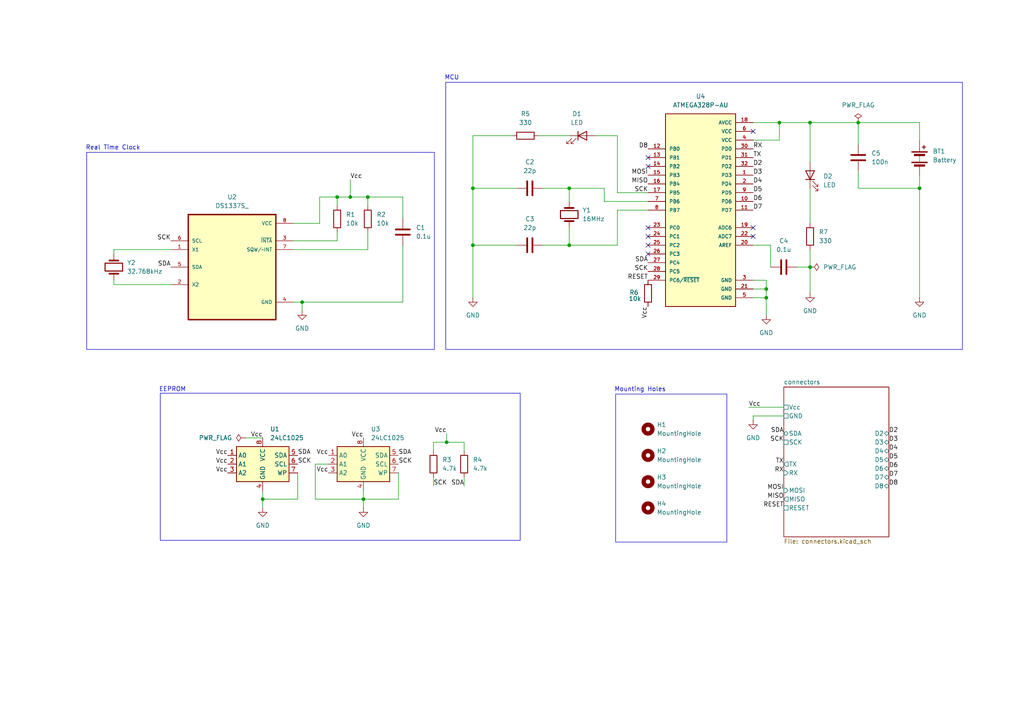
<source format=kicad_sch>
(kicad_sch (version 20250114) (generator "eeschema") (generator_version "9.0")
  (paper "A4")
  (title_block (title "${project_name}") (date "2025-11-02") (rev "1") (company "The Octothorpe"))
  (lib_symbols
    (symbol "ATMEGA328P-AU:ATMEGA328P-AU" (pin_names (offset 1.016))
      (property "Reference" "U4" (at 0 33.02 0))
      (property "Value" "ATMEGA328P-AU" (at 0 30.48 0))
      (symbol "ATMEGA328P-AU_0_0"
        (rectangle (start -10.16 -27.94) (end 10.16 27.94) (stroke (width 0.254)) (fill (type background)))
        (pin bidirectional line (at -15.24 17.78 0) (length 5.08) (name "PB0") (number "12"))
        (pin bidirectional line (at -15.24 15.24 0) (length 5.08) (name "PB1") (number "13"))
        (pin bidirectional line (at -15.24 12.7 0) (length 5.08) (name "PB2") (number "14"))
        (pin bidirectional line (at -15.24 10.16 0) (length 5.08) (name "PB3") (number "15"))
        (pin bidirectional line (at -15.24 7.62 0) (length 5.08) (name "PB4") (number "16"))
        (pin bidirectional line (at -15.24 5.08 0) (length 5.08) (name "PB5") (number "17"))
        (pin bidirectional line (at -15.24 2.54 0) (length 5.08) (name "PB6") (number "7"))
        (pin bidirectional line (at -15.24 0 0) (length 5.08) (name "PB7") (number "8"))
        (pin bidirectional line (at -15.24 -5.08 0) (length 5.08) (name "PC0") (number "23"))
        (pin bidirectional line (at -15.24 -7.62 0) (length 5.08) (name "PC1") (number "24"))
        (pin bidirectional line (at -15.24 -10.16 0) (length 5.08) (name "PC2") (number "25"))
        (pin bidirectional line (at -15.24 -12.7 0) (length 5.08) (name "PC3") (number "26"))
        (pin bidirectional line (at -15.24 -15.24 0) (length 5.08) (name "PC4") (number "27"))
        (pin bidirectional line (at -15.24 -17.78 0) (length 5.08) (name "PC5") (number "28"))
        (pin bidirectional line (at -15.24 -20.32 0) (length 5.08) (name "PC6/~{RESET}") (number "29"))
        (pin power_in line (at 15.24 25.4 180) (length 5.08) (name "AVCC") (number "18"))
        (pin power_in line (at 15.24 22.86 180) (length 5.08) (name "VCC") (number "6"))
        (pin power_in line (at 15.24 20.32 180) (length 5.08) (name "VCC") (number "4"))
        (pin bidirectional line (at 15.24 17.78 180) (length 5.08) (name "PD0") (number "30"))
        (pin bidirectional line (at 15.24 15.24 180) (length 5.08) (name "PD1") (number "31"))
        (pin bidirectional line (at 15.24 12.7 180) (length 5.08) (name "PD2") (number "32"))
        (pin bidirectional line (at 15.24 10.16 180) (length 5.08) (name "PD3") (number "1"))
        (pin bidirectional line (at 15.24 7.62 180) (length 5.08) (name "PD4") (number "2"))
        (pin bidirectional line (at 15.24 5.08 180) (length 5.08) (name "PD5") (number "9"))
        (pin bidirectional line (at 15.24 2.54 180) (length 5.08) (name "PD6") (number "10"))
        (pin bidirectional line (at 15.24 0 180) (length 5.08) (name "PD7") (number "11"))
        (pin bidirectional line (at 15.24 -5.08 180) (length 5.08) (name "ADC6") (number "19"))
        (pin bidirectional line (at 15.24 -7.62 180) (length 5.08) (name "ADC7") (number "22"))
        (pin input line (at 15.24 -10.16 180) (length 5.08) (name "AREF") (number "20"))
        (pin power_in line (at 15.24 -20.32 180) (length 5.08) (name "GND") (number "3"))
        (pin power_in line (at 15.24 -22.86 180) (length 5.08) (name "GND") (number "21"))
        (pin power_in line (at 15.24 -25.4 180) (length 5.08) (name "GND") (number "5"))
      )
    )
    (symbol "DS1337S_:DS1337S_" (pin_names (offset 1.016))
      (property "Reference" "U" (at -12.7 16.24 0))
      (property "Value" "DS1337S_" (at -12.7 -19.24 0))
      (symbol "DS1337S__0_0"
        (rectangle (start -12.7 -15.24) (end 12.7 15.24) (stroke (width 0.41)) (fill (type background)))
        (pin input line (at -17.78 7.62 0) (length 5.08) (name "SCL") (number "6"))
        (pin input line (at -17.78 5.08 0) (length 5.08) (name "X1") (number "1"))
        (pin bidirectional line (at -17.78 0 0) (length 5.08) (name "SDA") (number "5"))
        (pin bidirectional line (at -17.78 -5.08 0) (length 5.08) (name "X2") (number "2"))
        (pin power_in line (at 17.78 12.7 180) (length 5.08) (name "VCC") (number "8"))
        (pin output line (at 17.78 7.62 180) (length 5.08) (name "~{INTA}") (number "3"))
        (pin output line (at 17.78 5.08 180) (length 5.08) (name "SQW/~INT") (number "7"))
        (pin power_in line (at 17.78 -10.16 180) (length 5.08) (name "GND") (number "4"))
      )
    )
    (symbol "Device:Battery" (pin_numbers (hide yes)) (pin_names (offset 0) (hide yes))
      (property "Reference" "BT" (at 2.54 2.54 0))
      (property "Value" "Battery" (at 2.54 0 0))
      (symbol "Battery_0_1"
        (rectangle (start -2.286 1.778) (end 2.286 1.524) (fill (type outline)))
        (rectangle (start -2.286 -1.27) (end 2.286 -1.524) (fill (type outline)))
        (rectangle (start -1.524 1.016) (end 1.524 0.508) (fill (type outline)))
        (rectangle (start -1.524 -2.032) (end 1.524 -2.54) (fill (type outline)))
        (polyline (pts (xy 0 1.778) (xy 0 2.54)))
        (polyline (pts (xy 0 0) (xy 0 0.254)))
        (polyline (pts (xy 0 -0.508) (xy 0 -0.254)))
        (polyline (pts (xy 0 -1.016) (xy 0 -0.762)))
        (polyline (pts (xy 0.762 3.048) (xy 1.778 3.048)) (stroke (width 0.254)))
        (polyline (pts (xy 1.27 3.556) (xy 1.27 2.54)) (stroke (width 0.254)))
      )
      (symbol "Battery_1_1"
        (pin passive line (at 0 5.08 270) (length 2.54) (name "+") (number "1"))
        (pin passive line (at 0 -5.08 90) (length 2.54) (name "-") (number "2"))
      )
    )
    (symbol "Device:C" (pin_numbers (hide yes)) (pin_names (offset 0.254))
      (property "Reference" "C" (at 0.635 2.54 0))
      (property "Value" "C" (at 0.635 -2.54 0))
      (symbol "C_0_1"
        (polyline (pts (xy -2.032 0.762) (xy 2.032 0.762)) (stroke (width 0.508)))
        (polyline (pts (xy -2.032 -0.762) (xy 2.032 -0.762)) (stroke (width 0.508)))
      )
      (symbol "C_1_1"
        (pin passive line (at 0 3.81 270) (length 2.794) (name "~") (number "1"))
        (pin passive line (at 0 -3.81 90) (length 2.794) (name "~") (number "2"))
      )
    )
    (symbol "Device:Crystal" (pin_numbers (hide yes)) (pin_names (offset 1.016) (hide yes))
      (property "Reference" "Y" (at 0 3.81 0))
      (property "Value" "Crystal" (at 0 -3.81 0))
      (symbol "Crystal_0_1"
        (polyline (pts (xy -2.54 0) (xy -1.905 0)))
        (polyline (pts (xy -1.905 -1.27) (xy -1.905 1.27)) (stroke (width 0.508)))
        (rectangle (start -1.143 2.54) (end 1.143 -2.54) (stroke (width 0.3048)))
        (polyline (pts (xy 1.905 -1.27) (xy 1.905 1.27)) (stroke (width 0.508)))
        (polyline (pts (xy 2.54 0) (xy 1.905 0)))
      )
      (symbol "Crystal_1_1"
        (pin passive line (at -3.81 0 0) (length 1.27) (name "1") (number "1"))
        (pin passive line (at 3.81 0 180) (length 1.27) (name "2") (number "2"))
      )
    )
    (symbol "Device:LED" (pin_numbers (hide yes)) (pin_names (offset 1.016) (hide yes))
      (property "Reference" "D" (at 0 2.54 0))
      (property "Value" "LED" (at 0 -2.54 0))
      (symbol "LED_0_1"
        (polyline (pts (xy -3.048 -0.762) (xy -4.572 -2.286) (xy -3.81 -2.286) (xy -4.572 -2.286) (xy -4.572 -1.524)))
        (polyline (pts (xy -1.778 -0.762) (xy -3.302 -2.286) (xy -2.54 -2.286) (xy -3.302 -2.286) (xy -3.302 -1.524)))
        (polyline (pts (xy -1.27 0) (xy 1.27 0)))
        (polyline (pts (xy -1.27 -1.27) (xy -1.27 1.27)) (stroke (width 0.254)))
        (polyline (pts (xy 1.27 -1.27) (xy 1.27 1.27) (xy -1.27 0) (xy 1.27 -1.27)) (stroke (width 0.254)))
      )
      (symbol "LED_1_1"
        (pin passive line (at -3.81 0 0) (length 2.54) (name "K") (number "1"))
        (pin passive line (at 3.81 0 180) (length 2.54) (name "A") (number "2"))
      )
    )
    (symbol "Device:R" (pin_numbers (hide yes)) (pin_names (offset 0))
      (property "Reference" "R" (at 2.032 0 90))
      (property "Value" "R" (at 0 0 90))
      (symbol "R_0_1"
        (rectangle (start -1.016 -2.54) (end 1.016 2.54) (stroke (width 0.254)))
      )
      (symbol "R_1_1"
        (pin passive line (at 0 3.81 270) (length 1.27) (name "~") (number "1"))
        (pin passive line (at 0 -3.81 90) (length 1.27) (name "~") (number "2"))
      )
    )
    (symbol "Mechanical:MountingHole" (pin_names (offset 1.016)) (in_bom no)
      (property "Reference" "H" (at 0 5.08 0))
      (property "Value" "MountingHole" (at 0 3.175 0))
      (symbol "MountingHole_0_1"
        (circle (center 0 0) (radius 1.27) (stroke (width 1.27)))
      )
    )
    (symbol "Memory_EEPROM:24LC1025"
      (property "Reference" "U" (at -6.35 6.35 0))
      (property "Value" "24LC1025" (at 1.27 6.35 0))
      (symbol "24LC1025_1_1"
        (rectangle (start -7.62 5.08) (end 7.62 -5.08) (stroke (width 0.254)) (fill (type background)))
        (pin input line (at -10.16 2.54 0) (length 2.54) (name "A0") (number "1"))
        (pin input line (at -10.16 0 0) (length 2.54) (name "A1") (number "2"))
        (pin input line (at -10.16 -2.54 0) (length 2.54) (name "A2") (number "3"))
        (pin power_in line (at 0 7.62 270) (length 2.54) (name "VCC") (number "8"))
        (pin power_in line (at 0 -7.62 90) (length 2.54) (name "GND") (number "4"))
        (pin bidirectional line (at 10.16 2.54 180) (length 2.54) (name "SDA") (number "5"))
        (pin input line (at 10.16 0 180) (length 2.54) (name "SCL") (number "6"))
        (pin input line (at 10.16 -2.54 180) (length 2.54) (name "WP") (number "7"))
      )
    )
    (symbol "power:GND" (power) (pin_numbers (hide yes)) (pin_names (offset 0) (hide yes))
      (property "Value" "GND" (at 0 -3.81 0))
      (symbol "GND_0_1"
        (polyline (pts (xy 0 0) (xy 0 -1.27) (xy 1.27 -1.27) (xy 0 -2.54) (xy -1.27 -1.27) (xy 0 -1.27)))
      )
      (symbol "GND_1_1"
        (pin power_in line (at 0 0 270) (length 0) (name "~") (number "1"))
      )
    )
    (symbol "power:PWR_FLAG" (power) (pin_numbers (hide yes)) (pin_names (offset 0) (hide yes))
      (property "Value" "PWR_FLAG" (at 0 3.81 0))
      (symbol "PWR_FLAG_0_0"
        (pin power_out line (at 0 0 90) (length 0) (name "~") (number "1"))
      )
      (symbol "PWR_FLAG_0_1"
        (polyline (pts (xy 0 0) (xy 0 1.27) (xy -1.016 1.905) (xy 0 2.54) (xy 1.016 1.905) (xy 0 1.27)))
      )
    )
  )
  (rectangle (start 46.482 114.046) (end 150.876 156.718))
  (rectangle (start 25.146 44.196) (end 125.984 101.346))
  (rectangle (start 129.286 23.876) (end 279.146 101.346))
  (rectangle (start 178.562 114.3) (end 210.82 157.226))
  (text "EEPROM" (at 50.038 113.03 0) (effects (font (size 1.27 1.27))))
  (text "MCU" (at 131.064 22.606 0) (effects (font (size 1.27 1.27))))
  (text "Mounting Holes" (at 185.674 113.03 0) (effects (font (size 1.27 1.27))))
  (text "Real Time Clock" (at 32.766 42.926 0) (effects (font (size 1.27 1.27))))
  (junction (at 226.06 35.56))
  (junction (at 222.25 86.36))
  (junction (at 165.1 71.12))
  (junction (at 97.79 57.15))
  (junction (at 234.95 35.56))
  (junction (at 137.16 54.61))
  (junction (at 165.1 54.61))
  (junction (at 105.41 144.78))
  (junction (at 234.95 77.47))
  (junction (at 222.25 83.82))
  (junction (at 266.7 54.61))
  (junction (at 87.63 87.63))
  (junction (at 101.6 57.15))
  (junction (at 137.16 71.12))
  (junction (at 248.92 35.56))
  (junction (at 76.2 144.78))
  (junction (at 106.68 57.15))
  (junction (at 129.54 128.27))
  (no_connect (at 218.44 68.58))
  (no_connect (at 187.96 45.72))
  (no_connect (at 187.96 48.26))
  (no_connect (at 187.96 73.66))
  (no_connect (at 187.96 66.04))
  (no_connect (at 187.96 71.12))
  (no_connect (at 218.44 66.04))
  (no_connect (at 218.44 38.1))
  (no_connect (at 187.96 68.58))
  (wire (pts (xy 179.07 71.12) (xy 179.07 60.96)))
  (wire (pts (xy 106.68 67.31) (xy 106.68 72.39)))
  (wire (pts (xy 248.92 54.61) (xy 266.7 54.61)))
  (wire (pts (xy 129.54 128.27) (xy 134.62 128.27)))
  (wire (pts (xy 92.71 64.77) (xy 92.71 57.15)))
  (wire (pts (xy 85.09 72.39) (xy 106.68 72.39)))
  (wire (pts (xy 218.44 83.82) (xy 222.25 83.82)))
  (wire (pts (xy 137.16 71.12) (xy 137.16 86.36)))
  (wire (pts (xy 165.1 54.61) (xy 165.1 58.42)))
  (wire (pts (xy 71.12 127) (xy 76.2 127)))
  (wire (pts (xy 85.09 69.85) (xy 97.79 69.85)))
  (wire (pts (xy 227.33 120.65) (xy 218.44 120.65)))
  (wire (pts (xy 248.92 35.56) (xy 248.92 41.91)))
  (wire (pts (xy 234.95 46.99) (xy 234.95 35.56)))
  (wire (pts (xy 137.16 54.61) (xy 137.16 39.37)))
  (wire (pts (xy 187.96 55.88) (xy 179.07 55.88)))
  (wire (pts (xy 165.1 71.12) (xy 165.1 66.04)))
  (wire (pts (xy 222.25 91.44) (xy 222.25 86.36)))
  (wire (pts (xy 33.02 72.39) (xy 49.53 72.39)))
  (wire (pts (xy 105.41 142.24) (xy 105.41 144.78)))
  (wire (pts (xy 218.44 120.65) (xy 218.44 121.92)))
  (wire (pts (xy 85.09 87.63) (xy 87.63 87.63)))
  (wire (pts (xy 137.16 54.61) (xy 149.86 54.61)))
  (wire (pts (xy 97.79 57.15) (xy 97.79 59.69)))
  (wire (pts (xy 137.16 71.12) (xy 149.86 71.12)))
  (wire (pts (xy 134.62 128.27) (xy 134.62 130.81)))
  (wire (pts (xy 105.41 144.78) (xy 105.41 147.32)))
  (wire (pts (xy 116.84 87.63) (xy 87.63 87.63)))
  (wire (pts (xy 91.44 134.62) (xy 95.25 134.62)))
  (wire (pts (xy 116.84 71.12) (xy 116.84 87.63)))
  (wire (pts (xy 86.36 137.16) (xy 86.36 144.78)))
  (wire (pts (xy 218.44 81.28) (xy 222.25 81.28)))
  (wire (pts (xy 218.44 86.36) (xy 222.25 86.36)))
  (wire (pts (xy 76.2 144.78) (xy 86.36 144.78)))
  (wire (pts (xy 105.41 144.78) (xy 115.57 144.78)))
  (wire (pts (xy 234.95 77.47) (xy 234.95 72.39)))
  (wire (pts (xy 179.07 60.96) (xy 187.96 60.96)))
  (wire (pts (xy 115.57 137.16) (xy 115.57 144.78)))
  (wire (pts (xy 125.73 140.97) (xy 125.73 138.43)))
  (wire (pts (xy 106.68 57.15) (xy 106.68 59.69)))
  (wire (pts (xy 157.48 71.12) (xy 165.1 71.12)))
  (wire (pts (xy 91.44 144.78) (xy 91.44 134.62)))
  (wire (pts (xy 165.1 54.61) (xy 175.26 54.61)))
  (wire (pts (xy 226.06 35.56) (xy 226.06 40.64)))
  (wire (pts (xy 248.92 49.53) (xy 248.92 54.61)))
  (wire (pts (xy 76.2 144.78) (xy 76.2 147.32)))
  (wire (pts (xy 172.72 39.37) (xy 179.07 39.37)))
  (wire (pts (xy 125.73 128.27) (xy 129.54 128.27)))
  (wire (pts (xy 33.02 81.28) (xy 33.02 82.55)))
  (wire (pts (xy 222.25 83.82) (xy 222.25 81.28)))
  (wire (pts (xy 105.41 144.78) (xy 91.44 144.78)))
  (wire (pts (xy 76.2 142.24) (xy 76.2 144.78)))
  (wire (pts (xy 97.79 57.15) (xy 101.6 57.15)))
  (wire (pts (xy 33.02 82.55) (xy 49.53 82.55)))
  (wire (pts (xy 217.17 118.11) (xy 227.33 118.11)))
  (wire (pts (xy 234.95 85.09) (xy 234.95 77.47)))
  (wire (pts (xy 137.16 39.37) (xy 148.59 39.37)))
  (wire (pts (xy 234.95 64.77) (xy 234.95 54.61)))
  (wire (pts (xy 101.6 52.07) (xy 101.6 57.15)))
  (wire (pts (xy 33.02 73.66) (xy 33.02 72.39)))
  (wire (pts (xy 223.52 71.12) (xy 223.52 77.47)))
  (wire (pts (xy 165.1 71.12) (xy 179.07 71.12)))
  (wire (pts (xy 266.7 35.56) (xy 266.7 40.64)))
  (wire (pts (xy 226.06 35.56) (xy 234.95 35.56)))
  (wire (pts (xy 266.7 54.61) (xy 266.7 86.36)))
  (wire (pts (xy 125.73 130.81) (xy 125.73 128.27)))
  (wire (pts (xy 92.71 57.15) (xy 97.79 57.15)))
  (wire (pts (xy 85.09 64.77) (xy 92.71 64.77)))
  (wire (pts (xy 231.14 77.47) (xy 234.95 77.47)))
  (wire (pts (xy 187.96 58.42) (xy 175.26 58.42)))
  (wire (pts (xy 234.95 35.56) (xy 248.92 35.56)))
  (wire (pts (xy 87.63 87.63) (xy 87.63 90.17)))
  (wire (pts (xy 179.07 55.88) (xy 179.07 39.37)))
  (wire (pts (xy 134.62 138.43) (xy 134.62 140.97)))
  (wire (pts (xy 156.21 39.37) (xy 165.1 39.37)))
  (wire (pts (xy 175.26 54.61) (xy 175.26 58.42)))
  (wire (pts (xy 266.7 50.8) (xy 266.7 54.61)))
  (wire (pts (xy 157.48 54.61) (xy 165.1 54.61)))
  (wire (pts (xy 248.92 35.56) (xy 266.7 35.56)))
  (wire (pts (xy 218.44 40.64) (xy 226.06 40.64)))
  (wire (pts (xy 129.54 125.73) (xy 129.54 128.27)))
  (wire (pts (xy 106.68 57.15) (xy 116.84 57.15)))
  (wire (pts (xy 137.16 54.61) (xy 137.16 71.12)))
  (wire (pts (xy 222.25 86.36) (xy 222.25 83.82)))
  (wire (pts (xy 218.44 71.12) (xy 223.52 71.12)))
  (wire (pts (xy 116.84 57.15) (xy 116.84 63.5)))
  (wire (pts (xy 218.44 35.56) (xy 226.06 35.56)))
  (wire (pts (xy 97.79 67.31) (xy 97.79 69.85)))
  (wire (pts (xy 101.6 57.15) (xy 106.68 57.15)))
  (label "SCK" (at 49.53 69.85 180))
  (label "SCK" (at 187.96 55.88 180))
  (label "Vcc" (at 66.04 132.08 180))
  (label "D4" (at 218.44 53.34 0))
  (label "D6" (at 257.81 135.89 0))
  (label "SDA" (at 134.62 140.97 180))
  (label "Vcc" (at 101.6 52.07 0))
  (label "RESET" (at 187.96 81.28 180))
  (label "D6" (at 218.44 58.42 0))
  (label "SCK" (at 115.57 134.62 0))
  (label "D8" (at 257.81 140.97 0))
  (label "RX" (at 227.33 137.16 180))
  (label "D5" (at 218.44 55.88 0))
  (label "MISO" (at 227.33 144.78 180))
  (label "Vcc" (at 66.04 134.62 180))
  (label "SDA" (at 227.33 125.73 180))
  (label "SDA" (at 187.96 76.2 180))
  (label "D5" (at 257.81 133.35 0))
  (label "D7" (at 257.81 138.43 0))
  (label "TX" (at 227.33 134.62 180))
  (label "SCK" (at 227.33 128.27 180))
  (label "Vcc" (at 95.25 132.08 180))
  (label "SCK" (at 125.73 140.97 0))
  (label "SDA" (at 115.57 132.08 0))
  (label "D4" (at 257.81 130.81 0))
  (label "D3" (at 218.44 50.8 0))
  (label "D7" (at 218.44 60.96 0))
  (label "Vcc" (at 95.25 137.16 180))
  (label "D3" (at 257.81 128.27 0))
  (label "Vcc" (at 66.04 137.16 180))
  (label "MOSI" (at 227.33 142.24 180))
  (label "SDA" (at 49.53 77.47 180))
  (label "MISO" (at 187.96 53.34 180))
  (label "Vcc" (at 217.17 118.11 0))
  (label "Vcc" (at 105.41 127 180))
  (label "Vcc" (at 129.54 125.73 180))
  (label "D2" (at 257.81 125.73 0))
  (label "D2" (at 218.44 48.26 0))
  (label "D8" (at 187.96 43.18 180))
  (label "RESET" (at 227.33 147.32 180))
  (label "Vcc" (at 76.2 127 180))
  (label "MOSI" (at 187.96 50.8 180))
  (label "TX" (at 218.44 45.72 0))
  (label "SDA" (at 86.36 132.08 0))
  (label "RX" (at 218.44 43.18 0))
  (label "SCK" (at 187.96 78.74 180))
  (label "SCK" (at 86.36 134.62 0))
  (label "Vcc" (at 187.96 88.9 270))
  (symbol (lib_id "Mechanical:MountingHole") (at 187.96 124.46 0) (unit 1) (in_bom no)
    (property "Reference" "H1" (at 190.5 123.1899 0) (effects (justify left)))
    (property "Value" "MountingHole" (at 190.5 125.7299 0) (effects (justify left)))
    (property "Footprint" "MountingHole:MountingHole_2.1mm" (effects (hide yes)))
    (property "Description" "Mounting Hole without connection" (effects (hide yes)))
  )
  (symbol (lib_id "Device:R") (at 106.68 63.5 0) (unit 1)
    (property "Reference" "R2" (at 109.22 62.2299 0) (effects (justify left)))
    (property "Value" "10k" (at 109.22 64.7699 0) (effects (justify left)))
    (property "Footprint" "Resistor_SMD:R_0805_2012Metric" (effects (hide yes)))
    (property "Description" "Resistor" (effects (hide yes)))
  )
  (symbol (lib_id "Device:Crystal") (at 33.02 77.47 90) (unit 1)
    (property "Reference" "Y2" (at 36.83 76.1999 90) (effects (justify right)))
    (property "Value" "32.768kHz" (at 36.83 78.7399 90) (effects (justify right)))
    (property "Footprint" "Crystal:Crystal_SMD_5032-2Pin_5.0x3.2mm_HandSoldering" (effects (hide yes)))
    (property "Description" "Two pin crystal" (effects (hide yes)))
  )
  (symbol (lib_id "Device:Crystal") (at 165.1 62.23 90) (unit 1)
    (property "Reference" "Y1" (at 168.91 60.9599 90) (effects (justify right)))
    (property "Value" "16MHz" (at 168.91 63.4999 90) (effects (justify right)))
    (property "Footprint" "Crystal:Crystal_SMD_5032-2Pin_5.0x3.2mm_HandSoldering" (effects (hide yes)))
    (property "Description" "Two pin crystal" (effects (hide yes)))
  )
  (symbol (lib_id "DS1337S_:DS1337S_") (at 67.31 77.47 0) (unit 1)
    (property "Reference" "U2" (at 67.31 57.15 0))
    (property "Value" "DS1337S_" (at 67.31 59.69 0))
    (property "Footprint" "DS1337S_:SOIC127P600X175-8N" (effects (hide yes)))
    (property "MF" "Analog Devices" (effects (hide yes)))
    (property "Description_1" "Real Time Clock (RTC) IC Clock/Calendar - I²C, 2-Wire Serial 8-SOIC (0.154, 3.90mm Width)" (effects (hide yes)))
    (property "Package" "SOIC-8 Maxim" (effects (hide yes)))
    (property "Price" "None" (effects (hide yes)))
    (property "SnapEDA_Link" "https://www.snapeda.com/parts/DS1337S/Analog+Devices/view-part/?ref=snap" (effects (hide yes)))
    (property "MP" "DS1337S" (effects (hide yes)))
    (property "Availability" "In Stock" (effects (hide yes)))
    (property "Check_prices" "https://www.snapeda.com/parts/DS1337S/Analog+Devices/view-part/?ref=eda" (effects (hide yes)))
  )
  (symbol (lib_id "Mechanical:MountingHole") (at 187.96 139.7 0) (unit 1) (in_bom no)
    (property "Reference" "H3" (at 190.5 138.4299 0) (effects (justify left)))
    (property "Value" "MountingHole" (at 190.5 140.9699 0) (effects (justify left)))
    (property "Footprint" "MountingHole:MountingHole_2.1mm" (effects (hide yes)))
    (property "Description" "Mounting Hole without connection" (effects (hide yes)))
  )
  (symbol (lib_id "Device:LED") (at 168.91 39.37 0) (unit 1)
    (property "Reference" "D1" (at 167.3225 33.02 0))
    (property "Value" "LED" (at 167.3225 35.56 0))
    (property "Footprint" "LED_SMD:LED_0805_2012Metric" (effects (hide yes)))
    (property "Description" "Light emitting diode" (effects (hide yes)))
    (property "Sim.Pins" "1=K 2=A" (effects (hide yes)))
  )
  (symbol (lib_id "power:PWR_FLAG") (at 71.12 127 90) (unit 1)
    (property "Reference" "#FLG03" (effects (hide yes)))
    (property "Value" "PWR_FLAG" (at 67.31 126.9999 90) (effects (justify left)))
    (property "Description" "Special symbol for telling ERC where power comes from" (effects (hide yes)))
  )
  (symbol (lib_id "Device:C") (at 248.92 45.72 0) (unit 1)
    (property "Reference" "C5" (at 252.73 44.4499 0) (effects (justify left)))
    (property "Value" "100n" (at 252.73 46.9899 0) (effects (justify left)))
    (property "Footprint" "Capacitor_SMD:C_0805_2012Metric" (effects (hide yes)))
    (property "Description" "Unpolarized capacitor" (effects (hide yes)))
  )
  (symbol (lib_id "power:GND") (at 87.63 90.17 0) (unit 1)
    (property "Reference" "#PWR01" (effects (hide yes)))
    (property "Value" "GND" (at 87.63 95.25 0))
    (property "Description" "Power symbol creates a global label with name \"GND\" , ground" (effects (hide yes)))
  )
  (symbol (lib_id "Device:R") (at 234.95 68.58 0) (unit 1)
    (property "Reference" "R7" (at 237.49 67.3099 0) (effects (justify left)))
    (property "Value" "330" (at 237.49 69.8499 0) (effects (justify left)))
    (property "Footprint" "Resistor_SMD:R_0805_2012Metric" (effects (hide yes)))
    (property "Description" "Resistor" (effects (hide yes)))
  )
  (symbol (lib_id "Device:R") (at 187.96 85.09 180) (unit 1)
    (property "Reference" "R6" (at 183.896 84.836 0))
    (property "Value" "10k" (at 184.15 86.614 0))
    (property "Footprint" "Resistor_SMD:R_0805_2012Metric" (effects (hide yes)))
    (property "Description" "Resistor" (effects (hide yes)))
  )
  (symbol (lib_id "power:GND") (at 218.44 121.92 0) (unit 1)
    (property "Reference" "#PWR08" (effects (hide yes)))
    (property "Value" "GND" (at 218.44 127 0))
    (property "Description" "Power symbol creates a global label with name \"GND\" , ground" (effects (hide yes)))
  )
  (symbol (lib_id "power:GND") (at 266.7 86.36 0) (unit 1)
    (property "Reference" "#PWR07" (effects (hide yes)))
    (property "Value" "GND" (at 266.7 91.44 0))
    (property "Description" "Power symbol creates a global label with name \"GND\" , ground" (effects (hide yes)))
  )
  (symbol (lib_id "Device:R") (at 134.62 134.62 0) (unit 1)
    (property "Reference" "R4" (at 137.16 133.3499 0) (effects (justify left)))
    (property "Value" "4.7k" (at 137.16 135.8899 0) (effects (justify left)))
    (property "Footprint" "Resistor_SMD:R_0805_2012Metric" (effects (hide yes)))
    (property "Description" "Resistor" (effects (hide yes)))
  )
  (symbol (lib_id "Device:Battery") (at 266.7 45.72 0) (unit 1)
    (property "Reference" "BT1" (at 270.51 43.8784 0) (effects (justify left)))
    (property "Value" "Battery" (at 270.51 46.4184 0) (effects (justify left)))
    (property "Footprint" "Connector_PinHeader_2.54mm:PinHeader_1x02_P2.54mm_Vertical" (effects (hide yes)))
    (property "Description" "Multiple-cell battery" (effects (hide yes)))
  )
  (symbol (lib_id "Memory_EEPROM:24LC1025") (at 105.41 134.62 0) (unit 1)
    (property "Reference" "U3" (at 107.5533 124.46 0) (effects (justify left)))
    (property "Value" "24LC1025" (at 107.5533 127 0) (effects (justify left)))
    (property "Footprint" "Package_SO:SOIC-8_5.3x5.3mm_P1.27mm" (effects (hide yes)))
    (property "Datasheet" "http://ww1.microchip.com/downloads/en/DeviceDoc/21941B.pdf" (effects (hide yes)))
    (property "Description" "I2C Serial EEPROM, 1024Kb, DIP-8/SOIC-8/TSSOP-8/DFN-8" (effects (hide yes)))
  )
  (symbol (lib_id "Device:C") (at 153.67 54.61 90) (unit 1)
    (property "Reference" "C2" (at 153.67 46.99 90))
    (property "Value" "22p" (at 153.67 49.53 90))
    (property "Footprint" "Capacitor_SMD:C_0805_2012Metric" (effects (hide yes)))
    (property "Description" "Unpolarized capacitor" (effects (hide yes)))
  )
  (symbol (lib_id "power:PWR_FLAG") (at 248.92 35.56 0) (unit 1)
    (property "Reference" "#FLG01" (effects (hide yes)))
    (property "Value" "PWR_FLAG" (at 248.92 30.48 0))
    (property "Description" "Special symbol for telling ERC where power comes from" (effects (hide yes)))
  )
  (symbol (lib_id "Mechanical:MountingHole") (at 187.96 132.08 0) (unit 1) (in_bom no)
    (property "Reference" "H2" (at 190.5 130.8099 0) (effects (justify left)))
    (property "Value" "MountingHole" (at 190.5 133.3499 0) (effects (justify left)))
    (property "Footprint" "MountingHole:MountingHole_2.1mm" (effects (hide yes)))
    (property "Description" "Mounting Hole without connection" (effects (hide yes)))
  )
  (symbol (lib_id "Mechanical:MountingHole") (at 187.96 147.32 0) (unit 1) (in_bom no)
    (property "Reference" "H4" (at 190.5 146.0499 0) (effects (justify left)))
    (property "Value" "MountingHole" (at 190.5 148.5899 0) (effects (justify left)))
    (property "Footprint" "MountingHole:MountingHole_2.1mm" (effects (hide yes)))
    (property "Description" "Mounting Hole without connection" (effects (hide yes)))
  )
  (symbol (lib_id "Device:R") (at 97.79 63.5 0) (unit 1)
    (property "Reference" "R1" (at 100.33 62.2299 0) (effects (justify left)))
    (property "Value" "10k" (at 100.33 64.7699 0) (effects (justify left)))
    (property "Footprint" "Resistor_SMD:R_0805_2012Metric" (effects (hide yes)))
    (property "Description" "Resistor" (effects (hide yes)))
  )
  (symbol (lib_id "ATMEGA328P-AU:ATMEGA328P-AU") (at 203.2 60.96 0) (unit 1)
    (property "Reference" "U4" (at 203.2 27.94 0))
    (property "Value" "ATMEGA328P-AU" (at 203.2 30.48 0))
    (property "Footprint" "Atmega328p-au:QFP80P900X900X120-32N" (effects (hide yes)))
    (property "MF" "Microchip Technology" (effects (hide yes)))
    (property "MAXIMUM_PACKAGE_HEIGHT" "1.20mm" (effects (hide yes)))
    (property "Package" "TQFP-32 Microchip" (effects (hide yes)))
    (property "Price" "None" (effects (hide yes)))
    (property "Check_prices" "https://www.snapeda.com/parts/ATMEGA328P-AU/Microchip+Technology/view-part/?ref=eda" (effects (hide yes)))
    (property "STANDARD" "IPC-7351B" (effects (hide yes)))
    (property "PARTREV" "8271A" (effects (hide yes)))
    (property "SnapEDA_Link" "https://www.snapeda.com/parts/ATMEGA328P-AU/Microchip+Technology/view-part/?ref=snap" (effects (hide yes)))
    (property "MP" "ATMEGA328P-AU" (effects (hide yes)))
    (property "Description_1" "AVR AVR® ATmega Microcontroller IC 8-Bit 20MHz 32KB (16K x 16) FLASH 32-TQFP (7x7)" (effects (hide yes)))
    (property "Availability" "In Stock" (effects (hide yes)))
    (property "MANUFACTURER" "Microchip" (effects (hide yes)))
  )
  (symbol (lib_id "power:PWR_FLAG") (at 234.95 77.47 270) (unit 1)
    (property "Reference" "#FLG02" (effects (hide yes)))
    (property "Value" "PWR_FLAG" (at 238.76 77.4699 90) (effects (justify left)))
    (property "Description" "Special symbol for telling ERC where power comes from" (effects (hide yes)))
  )
  (symbol (lib_id "power:GND") (at 222.25 91.44 0) (unit 1)
    (property "Reference" "#PWR05" (effects (hide yes)))
    (property "Value" "GND" (at 222.25 96.52 0))
    (property "Description" "Power symbol creates a global label with name \"GND\" , ground" (effects (hide yes)))
  )
  (symbol (lib_id "Device:C") (at 227.33 77.47 90) (unit 1)
    (property "Reference" "C4" (at 227.33 69.85 90))
    (property "Value" "0.1u" (at 227.33 72.39 90))
    (property "Footprint" "Capacitor_SMD:C_0805_2012Metric" (effects (hide yes)))
    (property "Description" "Unpolarized capacitor" (effects (hide yes)))
  )
  (symbol (lib_id "Device:C") (at 153.67 71.12 90) (unit 1)
    (property "Reference" "C3" (at 153.67 63.5 90))
    (property "Value" "22p" (at 153.67 66.04 90))
    (property "Footprint" "Capacitor_SMD:C_0805_2012Metric" (effects (hide yes)))
    (property "Description" "Unpolarized capacitor" (effects (hide yes)))
  )
  (symbol (lib_id "power:GND") (at 137.16 86.36 0) (unit 1)
    (property "Reference" "#PWR04" (effects (hide yes)))
    (property "Value" "GND" (at 137.16 91.44 0))
    (property "Description" "Power symbol creates a global label with name \"GND\" , ground" (effects (hide yes)))
  )
  (symbol (lib_id "power:GND") (at 105.41 147.32 0) (unit 1)
    (property "Reference" "#PWR03" (effects (hide yes)))
    (property "Value" "GND" (at 105.41 152.4 0))
    (property "Description" "Power symbol creates a global label with name \"GND\" , ground" (effects (hide yes)))
  )
  (symbol (lib_id "Device:C") (at 116.84 67.31 0) (unit 1)
    (property "Reference" "C1" (at 120.65 66.0399 0) (effects (justify left)))
    (property "Value" "0.1u" (at 120.65 68.5799 0) (effects (justify left)))
    (property "Footprint" "Capacitor_SMD:C_0805_2012Metric" (effects (hide yes)))
    (property "Description" "Unpolarized capacitor" (effects (hide yes)))
  )
  (symbol (lib_id "Device:LED") (at 234.95 50.8 90) (unit 1)
    (property "Reference" "D2" (at 238.76 51.1174 90) (effects (justify right)))
    (property "Value" "LED" (at 238.76 53.6574 90) (effects (justify right)))
    (property "Footprint" "LED_SMD:LED_0805_2012Metric" (effects (hide yes)))
    (property "Description" "Light emitting diode" (effects (hide yes)))
    (property "Sim.Pins" "1=K 2=A" (effects (hide yes)))
  )
  (symbol (lib_id "power:GND") (at 76.2 147.32 0) (unit 1)
    (property "Reference" "#PWR02" (effects (hide yes)))
    (property "Value" "GND" (at 76.2 152.4 0))
    (property "Description" "Power symbol creates a global label with name \"GND\" , ground" (effects (hide yes)))
  )
  (symbol (lib_id "Device:R") (at 125.73 134.62 0) (unit 1)
    (property "Reference" "R3" (at 128.27 133.3499 0) (effects (justify left)))
    (property "Value" "4.7k" (at 128.27 135.8899 0) (effects (justify left)))
    (property "Footprint" "Resistor_SMD:R_0805_2012Metric" (effects (hide yes)))
    (property "Description" "Resistor" (effects (hide yes)))
  )
  (symbol (lib_id "power:GND") (at 234.95 85.09 0) (unit 1)
    (property "Reference" "#PWR06" (effects (hide yes)))
    (property "Value" "GND" (at 234.95 90.17 0))
    (property "Description" "Power symbol creates a global label with name \"GND\" , ground" (effects (hide yes)))
  )
  (symbol (lib_id "Device:R") (at 152.4 39.37 90) (unit 1)
    (property "Reference" "R5" (at 152.4 33.02 90))
    (property "Value" "330" (at 152.4 35.56 90))
    (property "Footprint" "Resistor_SMD:R_0805_2012Metric" (effects (hide yes)))
    (property "Description" "Resistor" (effects (hide yes)))
  )
  (symbol (lib_id "Memory_EEPROM:24LC1025") (at 76.2 134.62 0) (unit 1)
    (property "Reference" "U1" (at 78.3433 124.46 0) (effects (justify left)))
    (property "Value" "24LC1025" (at 78.3433 127 0) (effects (justify left)))
    (property "Footprint" "Package_SO:SOIC-8_5.3x5.3mm_P1.27mm" (effects (hide yes)))
    (property "Datasheet" "http://ww1.microchip.com/downloads/en/DeviceDoc/21941B.pdf" (effects (hide yes)))
    (property "Description" "I2C Serial EEPROM, 1024Kb, DIP-8/SOIC-8/TSSOP-8/DFN-8" (effects (hide yes)))
  )
  (sheet (at 227.33 112.268) (size 30.48 43.434) (stroke (width 0.1524))
    (property "Sheetname" "connectors" (at 227.33 111.5564 0) (effects (justify left bottom)))
    (property "Sheetfile" "connectors.kicad_sch" (at 227.33 156.2866 0) (effects (justify left top)))
    (pin "D8" bidirectional (at 257.81 140.97 0))
    (pin "D7" bidirectional (at 257.81 138.43 0))
    (pin "D2" bidirectional (at 257.81 125.73 0))
    (pin "SDA" bidirectional (at 227.33 125.73 180))
    (pin "D6" bidirectional (at 257.81 135.89 0))
    (pin "D4" bidirectional (at 257.81 130.81 0))
    (pin "RESET" passive (at 227.33 147.32 180))
    (pin "TX" output (at 227.33 134.62 180))
    (pin "RX" input (at 227.33 137.16 180))
    (pin "MISO" output (at 227.33 144.78 180))
    (pin "SCK" passive (at 227.33 128.27 180))
    (pin "MOSI" input (at 227.33 142.24 180))
    (pin "Vcc" passive (at 227.33 118.11 180))
    (pin "D5" bidirectional (at 257.81 133.35 0))
    (pin "GND" passive (at 227.33 120.65 180))
    (pin "D3" bidirectional (at 257.81 128.27 0))
  )
)
</source>
